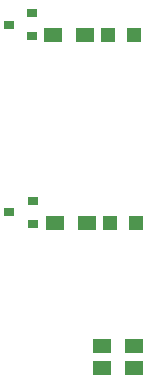
<source format=gbr>
G04 #@! TF.FileFunction,Paste,Top*
%FSLAX46Y46*%
G04 Gerber Fmt 4.6, Leading zero omitted, Abs format (unit mm)*
G04 Created by KiCad (PCBNEW 4.0.4-stable) date 04/20/17 14:33:44*
%MOMM*%
%LPD*%
G01*
G04 APERTURE LIST*
%ADD10C,0.100000*%
%ADD11R,1.200000X1.200000*%
%ADD12R,0.900000X0.800000*%
%ADD13R,1.500000X1.300000*%
G04 APERTURE END LIST*
D10*
D11*
X203540000Y-85330000D03*
X201340000Y-85330000D03*
X203390000Y-69410000D03*
X201190000Y-69410000D03*
D12*
X194840000Y-85370000D03*
X194840000Y-83470000D03*
X192840000Y-84420000D03*
X194800000Y-69470000D03*
X194800000Y-67570000D03*
X192800000Y-68520000D03*
D13*
X203402109Y-95746741D03*
X200702109Y-95746741D03*
X203402109Y-97606741D03*
X200702109Y-97606741D03*
X196710000Y-85280000D03*
X199410000Y-85280000D03*
X196560000Y-69360000D03*
X199260000Y-69360000D03*
M02*

</source>
